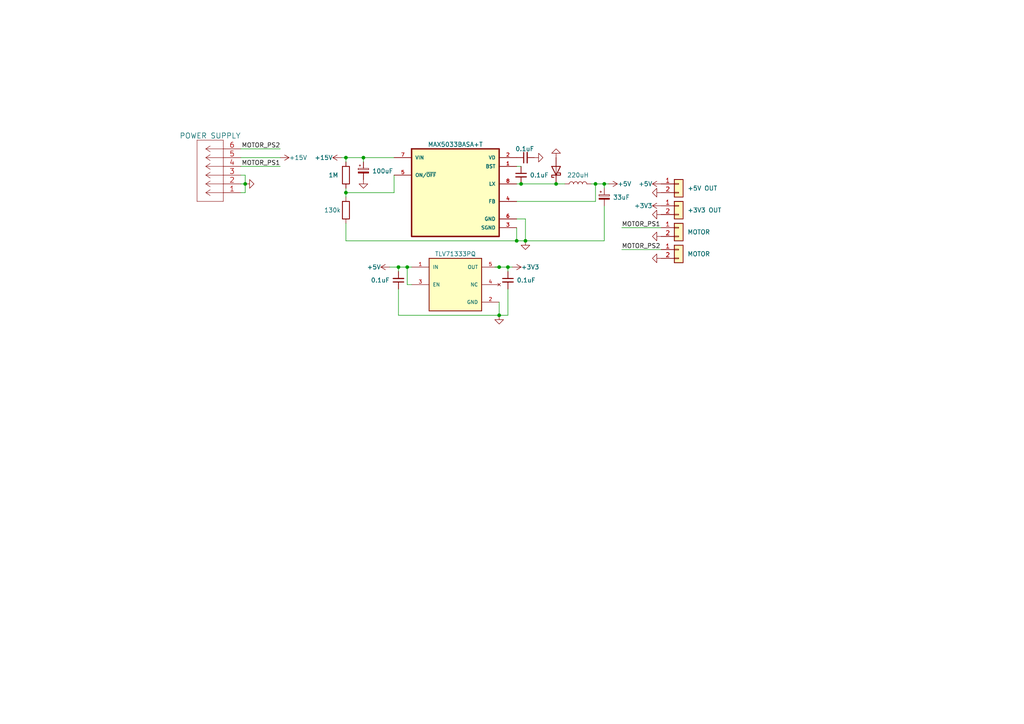
<source format=kicad_sch>
(kicad_sch (version 20230121) (generator eeschema)
  (paper "A4")
  (lib_symbols
    (symbol "6_Pin:2125280601" (pin_names (offset 0.254) hide)
      (property "Reference" "J" (at 8.89 6.35 0))
      (property "Value" "2125280601" (at 10.16 -5.08 0))
      (symbol "2125280601_1_1"
        (polyline (pts (xy 5.08 -15.24) (xy 12.7 -15.24)) (stroke (width 0.127)))
        (polyline (pts (xy 5.08 2.54) (xy 5.08 -15.24)) (stroke (width 0.127)))
        (polyline (pts (xy 10.16 -12.7) (xy 5.08 -12.7)) (stroke (width 0.127)))
        (polyline (pts (xy 10.16 -12.7) (xy 8.89 -13.5382)) (stroke (width 0.127)))
        (polyline (pts (xy 10.16 -12.7) (xy 8.89 -11.8618)) (stroke (width 0.127)))
        (polyline (pts (xy 10.16 -10.16) (xy 5.08 -10.16)) (stroke (width 0.127)))
        (polyline (pts (xy 10.16 -10.16) (xy 8.89 -10.9982)) (stroke (width 0.127)))
        (polyline (pts (xy 10.16 -10.16) (xy 8.89 -9.3218)) (stroke (width 0.127)))
        (polyline (pts (xy 10.16 -7.62) (xy 5.08 -7.62)) (stroke (width 0.127)))
        (polyline (pts (xy 10.16 -7.62) (xy 8.89 -8.4582)) (stroke (width 0.127)))
        (polyline (pts (xy 10.16 -7.62) (xy 8.89 -6.7818)) (stroke (width 0.127)))
        (polyline (pts (xy 10.16 -5.08) (xy 5.08 -5.08)) (stroke (width 0.127)))
        (polyline (pts (xy 10.16 -5.08) (xy 8.89 -5.9182)) (stroke (width 0.127)))
        (polyline (pts (xy 10.16 -5.08) (xy 8.89 -4.2418)) (stroke (width 0.127)))
        (polyline (pts (xy 10.16 -2.54) (xy 5.08 -2.54)) (stroke (width 0.127)))
        (polyline (pts (xy 10.16 -2.54) (xy 8.89 -3.3782)) (stroke (width 0.127)))
        (polyline (pts (xy 10.16 -2.54) (xy 8.89 -1.7018)) (stroke (width 0.127)))
        (polyline (pts (xy 10.16 0) (xy 5.08 0)) (stroke (width 0.127)))
        (polyline (pts (xy 10.16 0) (xy 8.89 -0.8382)) (stroke (width 0.127)))
        (polyline (pts (xy 10.16 0) (xy 8.89 0.8382)) (stroke (width 0.127)))
        (polyline (pts (xy 12.7 -15.24) (xy 12.7 2.54)) (stroke (width 0.127)))
        (polyline (pts (xy 12.7 2.54) (xy 5.08 2.54)) (stroke (width 0.127)))
        (pin unspecified line (at 0 0 0) (length 5.08) (name "1") (number "1"))
        (pin unspecified line (at 0 -2.54 0) (length 5.08) (name "2") (number "2"))
        (pin unspecified line (at 0 -5.08 0) (length 5.08) (name "3") (number "3"))
        (pin unspecified line (at 0 -7.62 0) (length 5.08) (name "4") (number "4"))
        (pin unspecified line (at 0 -10.16 0) (length 5.08) (name "5") (number "5"))
        (pin unspecified line (at 0 -12.7 0) (length 5.08) (name "6") (number "6"))
      )
    )
    (symbol "Connector_Generic:Conn_01x02" (pin_names (offset 1.016) hide)
      (property "Reference" "J" (at 0 2.54 0))
      (property "Value" "Conn_01x02" (at 0 -5.08 0))
      (symbol "Conn_01x02_1_1"
        (rectangle (start -1.27 -2.413) (end 0 -2.667) (stroke (width 0.1524)))
        (rectangle (start -1.27 0.127) (end 0 -0.127) (stroke (width 0.1524)))
        (rectangle (start -1.27 1.27) (end 1.27 -3.81) (stroke (width 0.254)) (fill (type background)))
        (pin passive line (at -5.08 0 0) (length 3.81) (name "Pin_1") (number "1"))
        (pin passive line (at -5.08 -2.54 0) (length 3.81) (name "Pin_2") (number "2"))
      )
    )
    (symbol "Device:C_Polarized_Small" (pin_numbers hide) (pin_names (offset 0.254) hide)
      (property "Reference" "C" (at 0.254 1.778 0))
      (property "Value" "C_Polarized_Small" (at 0.254 -2.032 0))
      (symbol "C_Polarized_Small_0_1"
        (rectangle (start -1.524 -0.3048) (end 1.524 -0.6858) (fill (type outline)))
        (rectangle (start -1.524 0.6858) (end 1.524 0.3048))
        (polyline (pts (xy -1.27 1.524) (xy -0.762 1.524)))
        (polyline (pts (xy -1.016 1.27) (xy -1.016 1.778)))
      )
      (symbol "C_Polarized_Small_1_1"
        (pin passive line (at 0 2.54 270) (length 1.8542) (name "~") (number "1"))
        (pin passive line (at 0 -2.54 90) (length 1.8542) (name "~") (number "2"))
      )
    )
    (symbol "Device:C_Small" (pin_numbers hide) (pin_names (offset 0.254) hide)
      (property "Reference" "C" (at 0.254 1.778 0))
      (property "Value" "C_Small" (at 0.254 -2.032 0))
      (symbol "C_Small_0_1"
        (polyline (pts (xy -1.524 -0.508) (xy 1.524 -0.508)) (stroke (width 0.3302)))
        (polyline (pts (xy -1.524 0.508) (xy 1.524 0.508)) (stroke (width 0.3048)))
      )
      (symbol "C_Small_1_1"
        (pin passive line (at 0 2.54 270) (length 2.032) (name "~") (number "1"))
        (pin passive line (at 0 -2.54 90) (length 2.032) (name "~") (number "2"))
      )
    )
    (symbol "Device:D_Schottky" (pin_numbers hide) (pin_names (offset 1.016) hide)
      (symbol "D_Schottky_0_1"
        (polyline (pts (xy 1.27 0) (xy -1.27 0)))
        (polyline (pts (xy 1.27 1.27) (xy 1.27 -1.27) (xy -1.27 0) (xy 1.27 1.27)) (stroke (width 0.254)))
        (polyline (pts (xy -1.905 0.635) (xy -1.905 1.27) (xy -1.27 1.27) (xy -1.27 -1.27) (xy -0.635 -1.27) (xy -0.635 -0.635)) (stroke (width 0.254)))
      )
      (symbol "D_Schottky_1_1"
        (pin passive line (at -3.81 0 0) (length 2.54) (name "C") (number "1"))
        (pin passive line (at 3.81 0 180) (length 2.54) (name "A") (number "2"))
      )
    )
    (symbol "Device:L" (pin_numbers hide) (pin_names (offset 1.016) hide)
      (property "Reference" "L" (at -1.27 0 90))
      (property "Value" "L" (at 1.905 0 90))
      (symbol "L_0_1"
        (arc (start 0 -2.54) (mid 0.6323 -1.905) (end 0 -1.27))
        (arc (start 0 -1.27) (mid 0.6323 -0.635) (end 0 0))
        (arc (start 0 0) (mid 0.6323 0.635) (end 0 1.27))
        (arc (start 0 1.27) (mid 0.6323 1.905) (end 0 2.54))
      )
      (symbol "L_1_1"
        (pin passive line (at 0 3.81 270) (length 1.27) (name "1") (number "1"))
        (pin passive line (at 0 -3.81 90) (length 1.27) (name "2") (number "2"))
      )
    )
    (symbol "Device:R" (pin_numbers hide) (pin_names (offset 0))
      (property "Reference" "R" (at 2.032 0 90))
      (property "Value" "R" (at 0 0 90))
      (symbol "R_0_1"
        (rectangle (start -1.016 -2.54) (end 1.016 2.54) (stroke (width 0.254)))
      )
      (symbol "R_1_1"
        (pin passive line (at 0 3.81 270) (length 1.27) (name "~") (number "1"))
        (pin passive line (at 0 -3.81 90) (length 1.27) (name "~") (number "2"))
      )
    )
    (symbol "External_Parts:MAX5033BASA+T" (pin_names (offset 1.016))
      (property "Reference" "U" (at -12.7 13.7 0))
      (property "Value" "MAX5033BASA+T" (at -12.7 -16.7 0))
      (symbol "MAX5033BASA+T_0_0"
        (rectangle (start -12.7 -12.7) (end 12.7 12.7) (stroke (width 0.41)) (fill (type background)))
        (pin passive line (at 17.78 7.62 180) (length 5.08) (name "BST") (number "1"))
        (pin output line (at 17.78 10.16 180) (length 5.08) (name "VD") (number "2"))
        (pin power_in line (at 17.78 -10.16 180) (length 5.08) (name "SGND") (number "3"))
        (pin input line (at 17.78 -2.54 180) (length 5.08) (name "FB") (number "4"))
        (pin input line (at -17.78 5.08 0) (length 5.08) (name "ON/~{OFF}") (number "5"))
        (pin power_in line (at 17.78 -7.62 180) (length 5.08) (name "GND") (number "6"))
        (pin input line (at -17.78 10.16 0) (length 5.08) (name "VIN") (number "7"))
        (pin passive line (at 17.78 2.54 180) (length 5.08) (name "LX") (number "8"))
      )
    )
    (symbol "LDO_Reg:TLV71333PDBVR" (pin_names (offset 1.016))
      (property "Reference" "U" (at -7.62 8.62 0))
      (property "Value" "TLV71333PDBVR" (at -7.62 -10.16 0))
      (symbol "TLV71333PDBVR_0_0"
        (rectangle (start -7.62 -7.62) (end 7.62 7.62) (stroke (width 0.254)) (fill (type background)))
        (pin input line (at -12.7 5.08 0) (length 5.08) (name "IN") (number "1"))
        (pin power_in line (at 12.7 -5.08 180) (length 5.08) (name "GND") (number "2"))
        (pin input line (at -12.7 0 0) (length 5.08) (name "EN") (number "3"))
        (pin no_connect line (at 12.7 0 180) (length 5.08) (name "NC") (number "4"))
        (pin output line (at 12.7 5.08 180) (length 5.08) (name "OUT") (number "5"))
      )
    )
    (symbol "power:+15V" (power) (pin_names (offset 0))
      (property "Value" "+15V" (at 0 3.556 0))
      (symbol "+15V_0_1"
        (polyline (pts (xy -0.762 1.27) (xy 0 2.54)))
        (polyline (pts (xy 0 0) (xy 0 2.54)))
        (polyline (pts (xy 0 2.54) (xy 0.762 1.27)))
      )
      (symbol "+15V_1_1"
        (pin power_in line (at 0 0 90) (length 0) hide (name "+15V") (number "1"))
      )
    )
    (symbol "power:+3V3" (power) (pin_names (offset 0))
      (property "Value" "+3V3" (at 0 3.556 0))
      (symbol "+3V3_0_1"
        (polyline (pts (xy -0.762 1.27) (xy 0 2.54)))
        (polyline (pts (xy 0 0) (xy 0 2.54)))
        (polyline (pts (xy 0 2.54) (xy 0.762 1.27)))
      )
      (symbol "+3V3_1_1"
        (pin power_in line (at 0 0 90) (length 0) hide (name "+3V3") (number "1"))
      )
    )
    (symbol "power:+5V" (power) (pin_names (offset 0))
      (property "Value" "+5V" (at 0 3.556 0))
      (symbol "+5V_0_1"
        (polyline (pts (xy -0.762 1.27) (xy 0 2.54)))
        (polyline (pts (xy 0 0) (xy 0 2.54)))
        (polyline (pts (xy 0 2.54) (xy 0.762 1.27)))
      )
      (symbol "+5V_1_1"
        (pin power_in line (at 0 0 90) (length 0) hide (name "+5V") (number "1"))
      )
    )
    (symbol "power:GND" (power) (pin_names (offset 0))
      (property "Value" "GND" (at 0 -3.81 0))
      (symbol "GND_0_1"
        (polyline (pts (xy 0 0) (xy 0 -1.27) (xy 1.27 -1.27) (xy 0 -2.54) (xy -1.27 -1.27) (xy 0 -1.27)))
      )
      (symbol "GND_1_1"
        (pin power_in line (at 0 0 270) (length 0) hide (name "GND") (number "1"))
      )
    )
  )
  (junction (at 100.33 45.72))
  (junction (at 172.72 53.34))
  (junction (at 149.86 69.85))
  (junction (at 151.13 53.34))
  (junction (at 105.41 45.72))
  (junction (at 147.32 77.47))
  (junction (at 144.78 91.44))
  (junction (at 71.12 53.34))
  (junction (at 175.26 53.34))
  (junction (at 100.33 55.88))
  (junction (at 152.4 69.85))
  (junction (at 161.29 53.34))
  (junction (at 115.57 77.47))
  (junction (at 118.11 77.47))
  (junction (at 144.78 77.47))
  (wire (pts (xy 100.33 46.99) (xy 100.33 45.72)))
  (wire (pts (xy 147.32 77.47) (xy 147.32 78.74)))
  (wire (pts (xy 149.86 69.85) (xy 152.4 69.85)))
  (wire (pts (xy 143.51 77.47) (xy 144.78 77.47)))
  (wire (pts (xy 147.32 83.82) (xy 147.32 91.44)))
  (wire (pts (xy 115.57 91.44) (xy 144.78 91.44)))
  (wire (pts (xy 147.32 91.44) (xy 144.78 91.44)))
  (wire (pts (xy 149.86 48.26) (xy 151.13 48.26)))
  (wire (pts (xy 69.85 43.18) (xy 81.28 43.18)))
  (wire (pts (xy 115.57 77.47) (xy 118.11 77.47)))
  (wire (pts (xy 172.72 58.42) (xy 172.72 53.34)))
  (wire (pts (xy 152.4 63.5) (xy 149.86 63.5)))
  (wire (pts (xy 149.86 66.04) (xy 149.86 69.85)))
  (wire (pts (xy 100.33 55.88) (xy 100.33 57.15)))
  (wire (pts (xy 100.33 64.77) (xy 100.33 69.85)))
  (wire (pts (xy 99.06 45.72) (xy 100.33 45.72)))
  (wire (pts (xy 69.85 48.26) (xy 81.28 48.26)))
  (wire (pts (xy 71.12 55.88) (xy 71.12 53.34)))
  (wire (pts (xy 180.34 72.39) (xy 191.77 72.39)))
  (wire (pts (xy 175.26 69.85) (xy 152.4 69.85)))
  (wire (pts (xy 152.4 69.85) (xy 152.4 63.5)))
  (wire (pts (xy 144.78 91.44) (xy 144.78 87.63)))
  (wire (pts (xy 118.11 77.47) (xy 119.38 77.47)))
  (wire (pts (xy 71.12 53.34) (xy 69.85 53.34)))
  (wire (pts (xy 69.85 45.72) (xy 81.28 45.72)))
  (wire (pts (xy 100.33 45.72) (xy 105.41 45.72)))
  (wire (pts (xy 118.11 82.55) (xy 118.11 77.47)))
  (wire (pts (xy 161.29 53.34) (xy 163.83 53.34)))
  (wire (pts (xy 147.32 77.47) (xy 148.59 77.47)))
  (wire (pts (xy 113.03 77.47) (xy 115.57 77.47)))
  (wire (pts (xy 105.41 45.72) (xy 114.3 45.72)))
  (wire (pts (xy 100.33 69.85) (xy 149.86 69.85)))
  (wire (pts (xy 69.85 55.88) (xy 71.12 55.88)))
  (wire (pts (xy 180.34 66.04) (xy 191.77 66.04)))
  (wire (pts (xy 151.13 53.34) (xy 161.29 53.34)))
  (wire (pts (xy 115.57 77.47) (xy 115.57 78.74)))
  (wire (pts (xy 171.45 53.34) (xy 172.72 53.34)))
  (wire (pts (xy 71.12 50.8) (xy 71.12 53.34)))
  (wire (pts (xy 100.33 54.61) (xy 100.33 55.88)))
  (wire (pts (xy 149.86 53.34) (xy 151.13 53.34)))
  (wire (pts (xy 105.41 46.99) (xy 105.41 45.72)))
  (wire (pts (xy 114.3 50.8) (xy 114.3 55.88)))
  (wire (pts (xy 115.57 83.82) (xy 115.57 91.44)))
  (wire (pts (xy 114.3 55.88) (xy 100.33 55.88)))
  (wire (pts (xy 144.78 77.47) (xy 147.32 77.47)))
  (wire (pts (xy 175.26 59.69) (xy 175.26 69.85)))
  (wire (pts (xy 175.26 54.61) (xy 175.26 53.34)))
  (wire (pts (xy 175.26 53.34) (xy 176.53 53.34)))
  (wire (pts (xy 149.86 58.42) (xy 172.72 58.42)))
  (wire (pts (xy 69.85 50.8) (xy 71.12 50.8)))
  (wire (pts (xy 119.38 82.55) (xy 118.11 82.55)))
  (wire (pts (xy 172.72 53.34) (xy 175.26 53.34)))
  (label "MOTOR_PS2" (at 180.34 72.39 0))
  (label "MOTOR_PS1" (at 180.34 66.04 0))
  (label "MOTOR_PS2" (at 81.28 43.18 180))
  (label "MOTOR_PS1" (at 81.28 48.26 180))
  (symbol (lib_id "Device:C_Polarized_Small") (at 175.26 57.15 0) (unit 1)
    (property "Reference" "C2" (effects hide))
    (property "Value" "33uF" (at 177.8 57.2389 0) (effects (justify left)))
    (property "Footprint" "Capacitor_Tantalum_SMD:CP_EIA-7343-31_Kemet-D_Pad2.25x2.55mm_HandSolder" (effects hide))
  )
  (symbol (lib_id "LDO_Reg:TLV71333PDBVR") (at 132.08 82.55 0) (unit 1)
    (property "Reference" "U2" (effects hide))
    (property "Value" "TLV71333PQ" (at 132.08 73.66 0))
    (property "Footprint" "SOT95P280X145-5N" (effects hide))
    (property "MANUFACTURER" "Texas Instruments" (effects hide))
    (property "STANDARD" "IPC-7351B" (effects hide))
    (property "PARTREV" "F" (effects hide))
    (property "MAXIMUM_PACKAGE_HEIGHT" "1.45mm" (effects hide))
  )
  (symbol (lib_id "power:GND") (at 191.77 55.88 270) (unit 1)
    (property "Reference" "#PWR022" (effects hide))
    (property "Value" "GND" (effects hide))
  )
  (symbol (lib_id "power:+15V") (at 99.06 45.72 90) (unit 1)
    (property "Reference" "#PWR05" (effects hide))
    (property "Value" "+15V" (at 96.52 45.72 90) (effects (justify left)))
  )
  (symbol (lib_id "power:GND") (at 161.29 45.72 180) (unit 1)
    (property "Reference" "#PWR011" (effects hide))
    (property "Value" "GND" (effects hide))
  )
  (symbol (lib_id "Device:R") (at 100.33 60.96 0) (unit 1)
    (property "Reference" "R2" (effects hide))
    (property "Value" "130k" (at 93.98 60.96 0) (effects (justify left)))
    (property "Footprint" "Resistor_SMD:R_0805_2012Metric_Pad1.20x1.40mm_HandSolder" (effects hide))
  )
  (symbol (lib_id "power:GND") (at 191.77 74.93 270) (unit 1)
    (property "Reference" "#PWR019" (effects hide))
    (property "Value" "GND" (effects hide))
  )
  (symbol (lib_id "6_Pin:2125280601") (at 69.85 55.88 180) (unit 1)
    (property "Reference" "J1" (effects hide))
    (property "Value" "POWER SUPPLY" (at 60.96 39.37 0) (effects (font (size 1.524 1.524))))
    (property "Footprint" "6_Pin:2125280601" (effects hide))
  )
  (symbol (lib_id "power:GND") (at 191.77 62.23 270) (unit 1)
    (property "Reference" "#PWR021" (effects hide))
    (property "Value" "GND" (effects hide))
  )
  (symbol (lib_id "Connector_Generic:Conn_01x02") (at 196.85 66.04 0) (unit 1)
    (property "Reference" "J4" (effects hide))
    (property "Value" "MOTOR" (at 199.39 67.31 0) (effects (justify left)))
    (property "Footprint" "2_Pin:215760-YY02" (effects hide))
  )
  (symbol (lib_id "External_Parts:MAX5033BASA+T") (at 132.08 55.88 0) (unit 1)
    (property "Reference" "U1" (effects hide))
    (property "Value" "MAX5033BASA+T" (at 132.08 41.91 0))
    (property "Footprint" "Switching_Regulator:SOIC127P600X175-8N" (effects hide))
    (property "MF" "Maxim Integrated" (effects hide))
    (property "PACKAGE" "SOIC-8 Maxim Integrated" (effects hide))
    (property "AVAILABILITY" "Unavailable" (effects hide))
    (property "DESCRIPTION" "Conv DC-DC Single Step Down 7.5V to 76V 8-Pin SOIC N" (effects hide))
    (property "MP" "MAX5033BASA+T" (effects hide))
    (property "PRICE" "None" (effects hide))
  )
  (symbol (lib_id "Connector_Generic:Conn_01x02") (at 196.85 59.69 0) (unit 1)
    (property "Reference" "J3" (effects hide))
    (property "Value" "+3V3 OUT" (at 199.39 60.96 0) (effects (justify left)))
    (property "Footprint" "2_Pin:215760-YY02" (effects hide))
  )
  (symbol (lib_id "power:+3V3") (at 148.59 77.47 270) (unit 1)
    (property "Reference" "#PWR017" (effects hide))
    (property "Value" "+3V3" (at 151.13 77.47 90) (effects (justify left)))
  )
  (symbol (lib_id "power:+15V") (at 81.28 45.72 270) (unit 1)
    (property "Reference" "#PWR01" (effects hide))
    (property "Value" "+15V" (at 83.82 45.72 90) (effects (justify left)))
  )
  (symbol (lib_id "Device:L") (at 167.64 53.34 90) (unit 1)
    (property "Reference" "L1" (effects hide))
    (property "Value" "220uH" (at 167.64 50.8 90))
    (property "Footprint" "Inductor_SMD:L_Bourns_SRR1260" (effects hide))
  )
  (symbol (lib_id "Device:C_Polarized_Small") (at 105.41 49.53 0) (unit 1)
    (property "Reference" "C1" (effects hide))
    (property "Value" "100uF" (at 107.95 49.6189 0) (effects (justify left)))
    (property "Footprint" "Capacitor_SMD:C_Elec_8x10.2" (effects hide))
  )
  (symbol (lib_id "power:+3V3") (at 191.77 59.69 90) (unit 1)
    (property "Reference" "#PWR024" (effects hide))
    (property "Value" "+3V3" (at 189.23 59.69 90) (effects (justify left)))
  )
  (symbol (lib_id "power:GND") (at 105.41 52.07 0) (unit 1)
    (property "Reference" "#PWR06" (effects hide))
    (property "Value" "GND" (effects hide))
  )
  (symbol (lib_id "power:GND") (at 71.12 53.34 90) (unit 1)
    (property "Reference" "#PWR03" (effects hide))
    (property "Value" "GND" (effects hide))
  )
  (symbol (lib_id "power:GND") (at 144.78 91.44 0) (unit 1)
    (property "Reference" "#PWR016" (effects hide))
    (property "Value" "GND" (effects hide))
  )
  (symbol (lib_id "Device:C_Small") (at 147.32 81.28 0) (unit 1)
    (property "Reference" "C_IN4" (effects hide))
    (property "Value" "0.1uF" (at 149.86 81.28 0) (effects (justify left)))
    (property "Footprint" "Capacitor_SMD:C_01005_0402Metric_Pad0.57x0.30mm_HandSolder" (effects hide))
  )
  (symbol (lib_id "power:+5V") (at 191.77 53.34 90) (unit 1)
    (property "Reference" "#PWR023" (effects hide))
    (property "Value" "+5V" (at 189.23 53.34 90) (effects (justify left)))
  )
  (symbol (lib_id "Device:C_Small") (at 152.4 45.72 90) (unit 1)
    (property "Reference" "C_IN1" (effects hide))
    (property "Value" "0.1uF" (at 154.94 43.18 90) (effects (justify left)))
    (property "Footprint" "Capacitor_SMD:C_01005_0402Metric_Pad0.57x0.30mm_HandSolder" (effects hide))
  )
  (symbol (lib_id "Connector_Generic:Conn_01x02") (at 196.85 72.39 0) (unit 1)
    (property "Reference" "J5" (effects hide))
    (property "Value" "MOTOR" (at 199.39 73.66 0) (effects (justify left)))
    (property "Footprint" "2_Pin:215760-YY02" (effects hide))
  )
  (symbol (lib_id "Device:C_Small") (at 151.13 50.8 0) (unit 1)
    (property "Reference" "C_IN2" (effects hide))
    (property "Value" "0.1uF" (at 153.67 50.8 0) (effects (justify left)))
    (property "Footprint" "Capacitor_SMD:C_01005_0402Metric_Pad0.57x0.30mm_HandSolder" (effects hide))
  )
  (symbol (lib_id "power:+5V") (at 176.53 53.34 270) (unit 1)
    (property "Reference" "#PWR012" (effects hide))
    (property "Value" "+5V" (at 179.07 53.34 90) (effects (justify left)))
  )
  (symbol (lib_id "Device:D_Schottky") (at 161.29 49.53 90) (unit 1)
    (property "Reference" "D1" (effects hide))
    (property "Value" "D_Schottky" (effects hide))
    (property "Footprint" "PDB_Diode:DIOM5226X230N" (effects hide))
  )
  (symbol (lib_id "power:GND") (at 152.4 69.85 0) (unit 1)
    (property "Reference" "#PWR07" (effects hide))
    (property "Value" "GND" (effects hide))
  )
  (symbol (lib_id "power:GND") (at 154.94 45.72 90) (unit 1)
    (property "Reference" "#PWR010" (effects hide))
    (property "Value" "GND" (effects hide))
  )
  (symbol (lib_id "Device:R") (at 100.33 50.8 0) (unit 1)
    (property "Reference" "R1" (effects hide))
    (property "Value" "1M" (at 95.25 50.8 0) (effects (justify left)))
    (property "Footprint" "Resistor_SMD:R_0805_2012Metric_Pad1.20x1.40mm_HandSolder" (effects hide))
  )
  (symbol (lib_id "Connector_Generic:Conn_01x02") (at 196.85 53.34 0) (unit 1)
    (property "Reference" "J2" (effects hide))
    (property "Value" "+5V OUT" (at 199.39 54.61 0) (effects (justify left)))
    (property "Footprint" "2_Pin:215760-YY02" (effects hide))
  )
  (symbol (lib_id "Device:C_Small") (at 115.57 81.28 180) (unit 1)
    (property "Reference" "C_IN3" (effects hide))
    (property "Value" "0.1uF" (at 113.03 81.28 0) (effects (justify left)))
    (property "Footprint" "Capacitor_SMD:C_01005_0402Metric_Pad0.57x0.30mm_HandSolder" (effects hide))
  )
  (symbol (lib_id "power:GND") (at 191.77 68.58 270) (unit 1)
    (property "Reference" "#PWR020" (effects hide))
    (property "Value" "GND" (effects hide))
  )
  (symbol (lib_id "power:+5V") (at 113.03 77.47 90) (unit 1)
    (property "Reference" "#PWR014" (effects hide))
    (property "Value" "+5V" (at 110.49 77.47 90) (effects (justify left)))
  )
)
</source>
